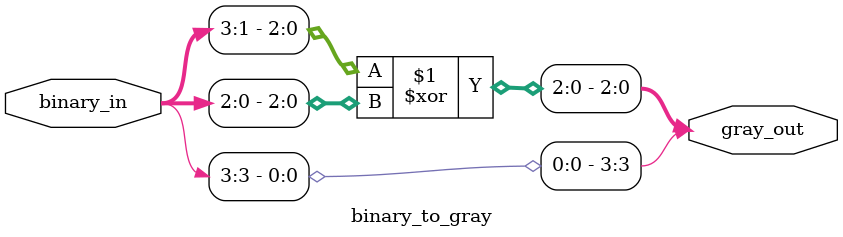
<source format=sv>
module gray_counter_mealy(
    input wire clock,
    input wire reset_n,
    input wire enable,
    input wire up_down,
    output wire [3:0] gray_out
);
    wire [3:0] binary_count;
    
    binary_counter counter_inst(
        .clock(clock),
        .reset_n(reset_n),
        .enable(enable),
        .up_down(up_down),
        .count(binary_count)
    );
    
    binary_to_gray converter_inst(
        .binary_in(binary_count),
        .gray_out(gray_out)
    );
endmodule

// Binary counter submodule with optimized structure
module binary_counter(
    input wire clock,
    input wire reset_n,
    input wire enable,
    input wire up_down,
    output reg [3:0] count
);
    reg [3:0] next_count;
    
    // Reset and enable control
    always @(posedge clock or negedge reset_n) begin
        if (!reset_n)
            count <= 4'b0000;
    end
    
    // Count update logic
    always @(posedge clock) begin
        if (reset_n && enable)
            count <= next_count;
    end
    
    // Next count calculation
    always @(*) begin
        if (up_down)
            next_count = count - 1'b1;
        else
            next_count = count + 1'b1;
    end
endmodule

// Binary to Gray code converter submodule
module binary_to_gray(
    input wire [3:0] binary_in,
    output wire [3:0] gray_out
);
    assign gray_out = {binary_in[3], binary_in[3:1] ^ binary_in[2:0]};
endmodule
</source>
